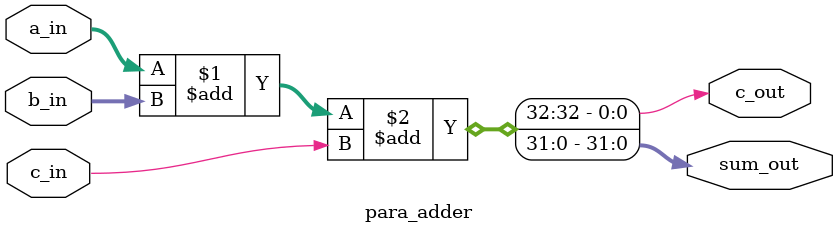
<source format=v>

module para_adder
    // parameterization design
    #(parameter WIDTH = 32)
(
    // module head (verilog-IEEE-2001 format)
    input  wire [WIDTH-1:0] a_in,
    input  wire [WIDTH-1:0] b_in,
    input  wire             c_in,    // carry in
    output wire [WIDTH-1:0] sum_out,
    output wire             c_out     // carry out
);

    // behavior of the adder can be synthesizable
    // "assing" means connectivity
    assign {c_out, sum_out} = a_in + b_in + c_in;
    
endmodule

</source>
